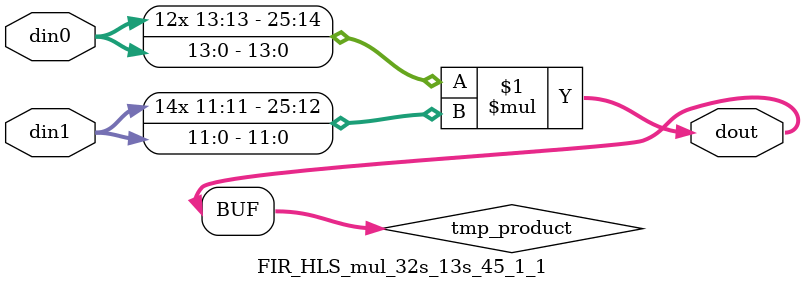
<source format=v>

`timescale 1 ns / 1 ps

 module FIR_HLS_mul_32s_13s_45_1_1(din0, din1, dout);
parameter ID = 1;
parameter NUM_STAGE = 0;
parameter din0_WIDTH = 14;
parameter din1_WIDTH = 12;
parameter dout_WIDTH = 26;

input [din0_WIDTH - 1 : 0] din0; 
input [din1_WIDTH - 1 : 0] din1; 
output [dout_WIDTH - 1 : 0] dout;

wire signed [dout_WIDTH - 1 : 0] tmp_product;



























assign tmp_product = $signed(din0) * $signed(din1);








assign dout = tmp_product;





















endmodule

</source>
